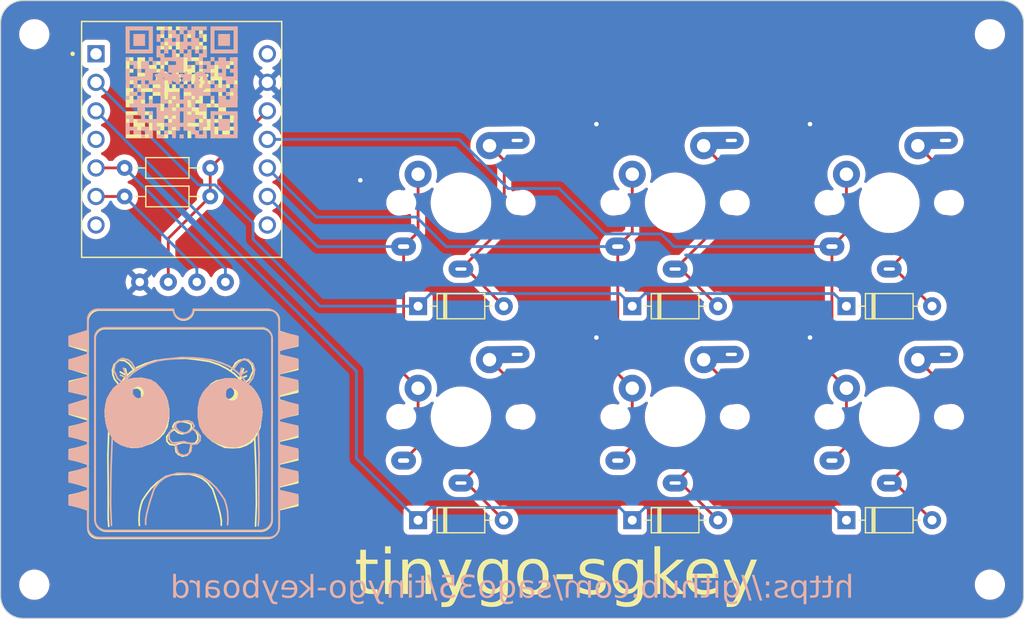
<source format=kicad_pcb>
(kicad_pcb (version 20221018) (generator pcbnew)
  (layers (0 "F.Cu" signal) (31 "B.Cu" signal) (34 "B.Paste" user) (35 "F.Paste" user) (36 "B.SilkS" user "B.Silkscreen") (37 "F.SilkS" user "F.Silkscreen") (38 "B.Mask" user) (39 "F.Mask" user) (44 "Edge.Cuts" user))
  (net 0 "")
  (net 6 "ROW1")
  (net 7 "Net-(D1-A)")
  (net 8 "Net-(D2-A)")
  (net 9 "Net-(D3-A)")
  (net 10 "COL1")
  (net 11 "Net-(D4-A)")
  (net 12 "Net-(D5-A)")
  (net 13 "Net-(D6-A)")
  (net 14 "SDA")
  (net 15 "SCL")
  (net 16 "VCC")
  (net 17 "GND")
  (net 18 "ROW2")
  (net 19 "COL2")
  (net 20 "COL3")
  (footprint "Diode_THT:D_DO-35_SOD27_P7.62mm_Horizontal" (layer "F.Cu") (at 139.14 120.2575)
    (fp_text reference "D4" hide)
    (fp_text value "1N4148" hide)
  )
  (footprint "MountingHole:MountingHole_2.2mm_M2" (layer "F.Cu") (at 105 77)
    (fp_text reference "H1" hide)
    (fp_text value "MountingHole" hide)
  )
  (footprint "Diode_THT:D_DO-35_SOD27_P7.62mm_Horizontal" (layer "F.Cu") (at 158.19 120.2575)
    (fp_text reference "D5" hide)
    (fp_text value "1N4148" hide)
  )
  (footprint "foostan/kbd:CherryMX_ChocV2_1u" (layer "F.Cu") (at 162 111.05)
    (fp_text reference "SW5" hide)
    (fp_text value "SW_PUSH" hide)
  )
  (footprint "MountingHole:MountingHole_2.2mm_M2" (layer "F.Cu") (at 190 77)
    (fp_text reference "H2" hide)
    (fp_text value "MountingHole" hide)
  )
  (footprint "Resistor_THT:R_Axial_DIN0204_L3.6mm_D1.6mm_P7.62mm_Horizontal" (layer "F.Cu") (at 120.65 91.44 180)
    (fp_text reference "R1" hide)
    (fp_text value "R" hide)
  )
  (footprint "foostan/kbd:CherryMX_ChocV2_1u" (layer "F.Cu") (at 162 92)
    (fp_text reference "SW2" hide)
    (fp_text value "SW_PUSH" hide)
  )
  (footprint "snapeda/xiao:MODULE_102010388" (layer "F.Cu") (at 118.11 86.36)
    (fp_text reference "U1" hide)
    (fp_text value "102010388" hide)
  )
  (footprint "snapeda/xiao:tinygo-keyboard-qr" (layer "F.Cu") (at 118.11 81.28)
    (fp_text reference "G***")
    (fp_text value "LOGO" hide)
  )
  (footprint "MountingHole:MountingHole_2.2mm_M2" (layer "F.Cu") (at 105 126)
    (fp_text reference "H3" hide)
    (fp_text value "MountingHole" hide)
  )
  (footprint "foostan/kbd:CherryMX_ChocV2_1u" (layer "F.Cu") (at 181.05 92)
    (fp_text reference "SW3" hide)
    (fp_text value "SW_PUSH" hide)
  )
  (footprint "Diode_THT:D_DO-35_SOD27_P7.62mm_Horizontal" (layer "F.Cu") (at 139.14 101.2075)
    (fp_text reference "D1" hide)
    (fp_text value "1N4148" hide)
  )
  (footprint "snapeda/xiao:i2c-oled-display-0.96" (layer "F.Cu") (at 118.19 127)
    (fp_text reference "U2" hide)
    (fp_text value "i2c-oled-display" hide)
  )
  (footprint "Diode_THT:D_DO-35_SOD27_P7.62mm_Horizontal" (layer "F.Cu") (at 177.24 101.2075)
    (fp_text reference "D3" hide)
    (fp_text value "1N4148" hide)
  )
  (footprint "foostan/kbd:CherryMX_ChocV2_1u" (layer "F.Cu") (at 181.05 111.05)
    (fp_text reference "SW6" hide)
    (fp_text value "SW_PUSH" hide)
  )
  (footprint "foostan/kbd:CherryMX_ChocV2_1u" (layer "F.Cu") (at 142.95 111.05)
    (fp_text reference "SW4" hide)
    (fp_text value "SW_PUSH" hide)
  )
  (footprint "Diode_THT:D_DO-35_SOD27_P7.62mm_Horizontal" (layer "F.Cu") (at 158.19 101.2075)
    (fp_text reference "D2" hide)
    (fp_text value "1N4148" hide)
  )
  (footprint "foostan/kbd:CherryMX_ChocV2_1u" (layer "F.Cu") (at 142.95 92)
    (fp_text reference "SW1" hide)
    (fp_text value "SW_PUSH" hide)
  )
  (footprint "MountingHole:MountingHole_2.2mm_M2" (layer "F.Cu") (at 190 126)
    (fp_text reference "H4" hide)
    (fp_text value "MountingHole" hide)
  )
  (footprint "Resistor_THT:R_Axial_DIN0204_L3.6mm_D1.6mm_P7.62mm_Horizontal" (layer "F.Cu") (at 120.65 88.9 180)
    (fp_text reference "R2" hide)
    (fp_text value "R" hide)
  )
  (footprint "Diode_THT:D_DO-35_SOD27_P7.62mm_Horizontal" (layer "F.Cu") (at 177.24 120.2575)
    (fp_text reference "D6" hide)
    (fp_text value "1N4148" hide)
  )
  (footprint "snapeda/xiao:tinygo-keyboard-qr" (layer "B.Cu") (at 118.11 81.28 180)
    (fp_text reference "G***")
    (fp_text value "LOGO" hide)
  )
  (gr_line (start 116.1028 116.8776) (end 116.6108 116.4712) (stroke (width 0.15)) (layer "B.SilkS"))
  (gr_arc (start 119.1508 101.4852) (mid 118.2618 102.3742) (end 117.3728 101.4852) (stroke (width 0.15)) (layer "B.SilkS"))
  (gr_line (start 119.735 109.5624) (end 119.989 109.0036) (stroke (width 0.15)) (layer "B.SilkS"))
  (gr_line (start 116.8394 109.8926) (end 116.9156 110.4514) (stroke (width 0.15)) (layer "B.SilkS"))
  (gr_line (start 117.1442 116.2426) (end 117.703 116.0902) (stroke (width 0.15)) (layer "B.SilkS"))
  (gr_line (start 122.7068 108.4448) (end 122.4274 108.394) (stroke (width 0.15)) (layer "B.SilkS"))
  (gr_line (start 118.7444 112.4072) (end 118.3888 112.5088) (stroke (width 0.15)) (layer "B.SilkS"))
  (gr_line (start 113.639 106.2096) (end 113.893 106.6668) (stroke (width 0.15)) (layer "B.SilkS"))
  (gr_line (start 118.3126 113.2708) (end 117.8808 113.3216) (stroke (width 0.15)) (layer "B.SilkS"))
  (gr_line (start 111.5054 109.4608) (end 111.7848 108.9528) (stroke (width 0.15)) (layer "B.SilkS"))
  (gr_line (start 118.3888 112.5088) (end 117.9824 112.4072) (stroke (width 0.15)) (layer "B.SilkS"))
  (gr_line (start 116.1536 112.7374) (end 115.671 113.1438) (stroke (width 0.15)) (layer "B.SilkS"))
  (gr_line (start 111.48 111.8992) (end 111.3784 111.2388) (stroke (width 0.15)) (layer "B.SilkS"))
  (gr_line (start 117.6522 113.8296) (end 117.7538 114.2106) (stroke (width 0.15)) (layer "B.SilkS"))
  (gr_line (start 112.2166 107.2256) (end 112.0642 106.8954) (stroke (width 0.15)) (layer "B.SilkS"))
  (gr_line (start 117.5506 111.95) (end 117.6014 111.6452) (stroke (width 0.15)) (layer "B.SilkS"))
  (gr_line (start 114.909 120.205) (end 115.0106 119.6208) (stroke (width 0.15)) (layer "B.SilkS"))
  (gr_poly (pts (xy 108.1018 114.0582) (xy 108.1018 114.8202) (xy 109.7528 115.2012) (xy 109.7528 113.5502)) (stroke (width 0.15)) (fill solid) (layer "B.SilkS"))
  (gr_line (start 111.3784 111.2388) (end 111.3022 110.5784) (stroke (width 0.15)) (layer "B.SilkS"))
  (gr_line (start 113.893 106.6668) (end 114.0835 106.9208) (stroke (width 0.15)) (layer "B.SilkS"))
  (gr_line (start 123.291 107.3272) (end 123.4434 106.7176) (stroke (width 0.15)) (layer "B.SilkS"))
  (gr_line (start 119.0746 113.4994) (end 118.7444 113.3978) (stroke (width 0.15)) (layer "B.SilkS"))
  (gr_line (start 112.8262 105.854) (end 113.3342 105.981) (stroke (width 0.15)) (layer "B.SilkS"))
  (gr_line (start 123.1894 108.8766) (end 123.0878 108.6734) (stroke (width 0.15)) (layer "B.SilkS"))
  (gr_poly (pts (xy 128.4218 108.5972) (xy 128.4218 107.8352) (xy 126.7708 107.4542) (xy 126.7708 109.1052)) (stroke (width 0.15)) (fill solid) (layer "B.SilkS"))
  (gr_line (start 119.862 116.3188) (end 120.5986 116.8268) (stroke (width 0.15)) (layer "B.SilkS"))
  (gr_line (start 116.1282 108.4448) (end 116.433 108.8004) (stroke (width 0.15)) (layer "B.SilkS"))
  (gr_line (start 119.735 113.1692) (end 119.481 113.4486) (stroke (width 0.15)) (layer "B.SilkS"))
  (gr_line (start 115.1376 113.4486) (end 114.5788 113.7026) (stroke (width 0.15)) (layer "B.SilkS"))
  (gr_line (start 122.6052 109.7148) (end 122.8592 109.6386) (stroke (width 0.15)) (layer "B.SilkS"))
  (gr_line (start 116.9156 111.0102) (end 116.7632 111.6198) (stroke (width 0.15)) (layer "B.SilkS"))
  (gr_line (start 114.3756 106.7176) (end 115.1376 106.3366) (stroke (width 0.15)) (layer "B.SilkS"))
  (gr_line (start 124.9166 112.1278) (end 124.688 112.458) (stroke (width 0.15)) (layer "B.SilkS"))
  (gr_line (start 114.2994 108.267) (end 114.0454 108.2924) (stroke (width 0.15)) (layer "B.SilkS"))
  (gr_poly (pts (xy 108.1018 109.9942) (xy 108.1018 110.7562) (xy 109.7528 111.1372) (xy 109.7528 109.4862)) (stroke (width 0.15)) (fill solid) (layer "B.SilkS"))
  (gr_line (start 113.0548 107.8352) (end 113.5882 107.7082) (stroke (width 0.15)) (layer "B.SilkS"))
  (gr_line (start 122.2242 120.1796) (end 122.1988 120.6622) (stroke (width 0.15)) (layer "B.SilkS"))
  (gr_line (start 121.9194 118.427) (end 122.0718 118.8842) (stroke (width 0.15)) (layer "B.SilkS"))
  (gr_line (start 126.1358 120.1542) (end 126.1358 104.0252) (stroke (width 0.15)) (layer "B.SilkS"))
  (gr_poly (pts (xy 128.4218 106.6922) (xy 128.4218 105.9302) (xy 126.7708 105.5492) (xy 126.7708 107.2002)) (stroke (width 0.15)) (fill solid) (layer "B.SilkS"))
  (gr_line (start 113.6898 108.6988) (end 113.6898 109.0036) (stroke (width 0.15)) (layer "B.SilkS"))
  (gr_line (start 119.481 113.4486) (end 119.0746 113.4994) (stroke (width 0.15)) (layer "B.SilkS"))
  (gr_line (start 115.4424 118.1222) (end 115.671 117.4364) (stroke (width 0.15)) (layer "B.SilkS"))
  (gr_line (start 113.258 113.7026) (end 112.6992 113.4994) (stroke (width 0.15)) (layer "B.SilkS"))
  (gr_line (start 122.9354 113.7026) (end 122.2496 113.6772) (stroke (width 0.15)) (layer "B.SilkS"))
  (gr_line (start 122.1988 119.4938) (end 122.2242 120.1796) (stroke (width 0.15)) (layer "B.SilkS"))
  (gr_arc (start 110.7688 121.8052) (mid 110.05038 121.50762) (end 109.7528 120.7892) (stroke (width 0.15)) (layer "B.SilkS"))
  (gr_poly (pts (xy 108.1018 112.0262) (xy 108.1018 112.7882) (xy 109.7528 113.1692) (xy 109.7528 111.5182)) (stroke (width 0.15)) (fill solid) (layer "B.SilkS"))
  (gr_line (start 117.7538 112.2548) (end 117.5506 111.95) (stroke (width 0.15)) (layer "B.SilkS"))
  (gr_line (start 124.434 106.3366) (end 124.0022 105.9556) (stroke (width 0.15)) (layer "B.SilkS"))
  (gr_line (start 124.5356 107.2764) (end 124.5864 106.8446) (stroke (width 0.15)) (layer "B.SilkS"))
  (gr_line (start 114.0454 108.2924) (end 113.8168 108.4702) (stroke (width 0.15)) (layer "B.SilkS"))
  (gr_line (start 112.1912 106.362) (end 112.496 106.0064) (stroke (width 0.15)) (layer "B.SilkS"))
  (gr_line (start 113.6898 109.0036) (end 113.8168 109.2322) (stroke (width 0.15)) (layer "B.SilkS"))
  (gr_line (start 124.4848 112.839) (end 124.053 113.2708) (stroke (width 0.15)) (layer "B.SilkS"))
  (gr_line (start 116.9156 110.4514) (end 116.9156 111.0102) (stroke (width 0.15)) (layer "B.SilkS"))
  (gr_line (start 122.2496 113.6772) (end 121.64 113.4994) (stroke (width 0.15)) (layer "B.SilkS"))
  (gr_arc (start 110.3878 104.0252) (mid 110.648182 103.396582) (end 111.2768 103.1362) (stroke (width 0.15)) (layer "B.SilkS"))
  (gr_line (start 116.9918 113.0168) (end 116.9918 112.6358) (stroke (width 0.15)) (layer "B.SilkS"))
  (gr_line (start 115.0106 119.6208) (end 115.2392 118.7572) (stroke (width 0.15)) (layer "B.SilkS"))
  (gr_line (start 123.9768 108.1908) (end 124.4086 107.632) (stroke (width 0.15)) (layer "B.SilkS"))
  (gr_poly (pts (xy 108.1018 116.0902) (xy 108.1018 116.8522) (xy 109.7528 117.2332) (xy 109.7528 115.5822)) (stroke (width 0.15)) (fill solid) (layer "B.SilkS"))
  (gr_line (start 111.6578 112.3818) (end 111.48 111.8992) (stroke (width 0.15)) (layer "B.SilkS"))
  (gr_poly (pts (xy 128.4218 118.7572) (xy 128.4218 117.9952) (xy 126.7708 117.6142) (xy 126.7708 119.2652)) (stroke (width 0.15)) (fill solid) (layer "B.SilkS"))
  (gr_line (start 121.9956 108.7242) (end 121.9702 109.0036) (stroke (width 0.15)) (layer "B.SilkS"))
  (gr_line (start 123.1894 109.1814) (end 123.1894 108.8766) (stroke (width 0.15)) (layer "B.SilkS"))
  (gr_line (start 123.291 107.3272) (end 123.9006 106.997) (stroke (width 0.15)) (layer "B.SilkS"))
  (gr_line (start 124.5864 106.8446) (end 124.434 106.3366) (stroke (width 0.15)) (layer "B.SilkS"))
  (gr_line (start 124.561 108.775) (end 124.8658 109.1814) (stroke (width 0.15)) (layer "B.SilkS"))
  (gr_arc (start 125.7548 101.4852) (mid 126.47322 101.78278) (end 126.7708 102.5012) (stroke (width 0.15)) (layer "B.SilkS"))
  (gr_line (start 118.7444 113.3978) (end 118.3126 113.2708) (stroke (width 0.15)) (layer "B.SilkS"))
  (gr_line (start 119.608 111.0864) (end 119.608 110.2736) (stroke (width 0.15)) (layer "B.SilkS"))
  (gr_line (start 116.7632 111.6198) (end 116.56 112.1786) (stroke (width 0.15)) (layer "B.SilkS"))
  (gr_line (start 119.735 111.8484) (end 119.608 111.0864) (stroke (width 0.15)) (layer "B.SilkS"))
  (gr_line (start 114.7058 108.521) (end 114.5534 108.3686) (stroke (width 0.15)) (layer "B.SilkS"))
  (gr_line (start 111.7848 118.7826) (end 111.8102 116.4458) (stroke (width 0.15)) (layer "B.SilkS"))
  (gr_line (start 121.9702 109.2576) (end 122.1226 109.4608) (stroke (width 0.15)) (layer "B.SilkS"))
  (gr_line (start 126.7708 120.9162) (end 126.7708 102.5012) (stroke (width 0.15)) (layer "B.SilkS"))
  (gr_poly (pts (xy 108.1018 108.021419) (xy 108.1018 108.783419) (xy 109.7528 109.164419) (xy 109.7528 107.513419)) (stroke (width 0.15)) (fill solid) (layer "B.SilkS"))
  (gr_line (start 118.973 113.7534) (end 118.9095 113.4486) (stroke (width 0.15)) (layer "B.SilkS"))
  (gr_line (start 113.2834 107.6066) (end 113.7914 107.124) (stroke (width 0.15)) (layer "B.SilkS"))
  (gr_line (start 115.2392 118.7572) (end 115.4424 118.1222) (stroke (width 0.15)) (layer "B.SilkS"))
  (gr_line (start 117.6014 111.6452) (end 117.957 111.4928) (stroke (width 0.15)) (layer "B.SilkS"))
  (gr_line (start 115.9758 106.0572) (end 116.9664 105.9048) (stroke (width 0.15)) (layer "B.SilkS"))
  (gr_line (start 118.3634 114.49) (end 118.719 114.3376) (stroke (width 0.15)) (layer "B.SilkS"))
  (gr_line (start 111.861 120.713) (end 111.7848 118.7826) (stroke (width 0.15)) (layer "B.SilkS"))
  (gr_line (start 124.0022 105.9556) (end 123.5196 105.981) (stroke (width 0.15)) (layer "B.SilkS"))
  (gr_line (start 122.021 107.6828) (end 122.8338 107.6828) (stroke (width 0.15)) (layer "B.SilkS"))
  (gr_line (start 116.7124 109.3338) (end 116.8394 109.8926) (stroke (width 0.15)) (layer "B.SilkS"))
  (gr_line (start 119.227 111.8738) (end 119.1 112.1024) (stroke (width 0.15)) (layer "B.SilkS"))
  (gr_poly (pts (xy 121.9956 108.7242) (xy 122.021 107.6828) (xy 121.3606 107.886) (xy 120.8272 108.1654) (xy 120.3446 108.5464) (xy 119.989 109.0036) (xy 119.735 109.5624) (xy 119.608 110.2736) (xy 121.9528 110.3032)) (stroke (width 0.15)) (fill solid) (layer "B.SilkS"))
  (gr_line (start 111.3784 109.9942) (end 111.5054 109.4608) (stroke (width 0.15)) (layer "B.SilkS"))
  (gr_line (start 114.5534 107.632) (end 115.3408 107.8098) (stroke (width 0.15)) (layer "B.SilkS"))
  (gr_line (start 114.7058 109.2576) (end 114.8328 109.029) (stroke (width 0.15)) (layer "B.SilkS"))
  (gr_line (start 117.3728 101.4852) (end 110.6418 101.4852) (stroke (width 0.15)) (layer "B.SilkS"))
  (gr_line (start 119.0492 111.569) (end 119.227 111.8738) (stroke (width 0.15)) (layer "B.SilkS"))
  (gr_line (start 122.4274 108.394) (end 122.1734 108.4956) (stroke (width 0.15)) (layer "B.SilkS"))
  (gr_line (start 112.5468 108.14) (end 113.0548 107.8352) (stroke (width 0.15)) (layer "B.SilkS"))
  (gr_line (start 124.8658 109.1814) (end 125.0944 109.7148) (stroke (width 0.15)) (layer "B.SilkS"))
  (gr_line (start 117.2204 113.347) (end 116.9918 113.0168) (stroke (width 0.15)) (layer "B.SilkS"))
  (gr_line (start 121.3606 107.886) (end 122.021 107.6828) (stroke (width 0.15)) (layer "B.SilkS"))
  (gr_line (start 109.7528 102.3742) (end 109.7528 120.7892) (stroke (width 0.15)) (layer "B.SilkS"))
  (gr_line (start 123.9768 108.1908) (end 123.4434 107.8606) (stroke (width 0.15)) (layer "B.SilkS"))
  (gr_line (start 112.8008 107.9876) (end 112.3944 107.632) (stroke (width 0.15)) (layer "B.SilkS"))
  (gr_line (start 113.2834 107.6066) (end 112.9278 106.7176) (stroke (width 0.15)) (layer "B.SilkS"))
  (gr_line (start 115.7726 108.0638) (end 116.1282 108.4448) (stroke (width 0.15)) (layer "B.SilkS"))
  (gr_line (start 113.3342 105.981) (end 113.639 106.2096) (stroke (width 0.15)) (layer "B.SilkS"))
  (gr_line (start 124.4086 107.632) (end 124.5356 107.2764) (stroke (width 0.15)) (layer "B.SilkS"))
  (gr_line (start 114.8074 108.775) (end 114.7058 108.521) (stroke (width 0.15)) (layer "B.SilkS"))
  (gr_line (start 116.6108 116.4712) (end 117.1442 116.2426) (stroke (width 0.15)) (layer "B.SilkS"))
  (gr_line (start 121.9702 109.0036) (end 121.9702 109.2576) (stroke (width 0.15)) (layer "B.SilkS"))
  (gr_line (start 111.4038 121.1702) (end 125.1198 121.1702) (stroke (width 0.15)) (layer "B.SilkS"))
  (gr_line (start 120.3446 108.5464) (end 120.8272 108.1654) (stroke (width 0.15)) (layer "B.SilkS"))
  (gr_line (start 119.608 110.2736) (end 119.735 109.5624) (stroke (width 0.15)) (layer "B.SilkS"))
  (gr_line (start 117.9824 114.4138) (end 118.3634 114.49) (stroke (width 0.15)) (layer "B.SilkS"))
  (gr_line (start 113.5882 107.7082) (end 113.893 107.6574) (stroke (width 0.15)) (layer "B.SilkS"))
  (gr_line (start 118.719 114.3376) (end 118.9222 114.109) (stroke (width 0.15)) (layer "B.SilkS"))
  (gr_line (start 114.5534 108.3686) (end 114.2994 108.267) (stroke (width 0.15)) (layer "B.SilkS"))
  (gr_line (start 114.909 120.6368) (end 114.909 120.205) (stroke (width 0.15)) (layer "B.SilkS"))
  (gr_arc (start 126.7708 120.9162) (mid 126.510418 121.544818) (end 125.8818 121.8052) (stroke (width 0.15)) (layer "B.SilkS"))
  (gr_line (start 116.9918 112.6358) (end 117.1696 112.2802) (stroke (width 0.15)) (layer "B.SilkS"))
  (gr_line (start 122.8592 109.6386) (end 123.0878 109.4608) (stroke (width 0.15)) (layer "B.SilkS"))
  (gr_line (start 120.0398 112.4326) (end 119.735 111.8484) (stroke (width 0.15)) (layer "B.SilkS"))
  (gr_arc (start 126.1358 120.1542) (mid 125.83822 120.87262) (end 125.1198 121.1702) (stroke (width 0.15)) (layer "B.SilkS"))
  (gr_line (start 115.671 113.1438) (end 115.1376 113.4486) (stroke (width 0.15)) (layer "B.SilkS"))
  (gr_line (start 123.037 107.0732) (end 123.545 107.5812) (stroke (width 0.15)) (layer "B.SilkS"))
  (gr_line (start 122.1734 108.4956) (end 121.9956 108.7242) (stroke (width 0.15)) (layer "B.SilkS"))
  (gr_line (start 120.8272 108.1654) (end 121.3606 107.886) (stroke (width 0.15)) (layer "B.SilkS"))
  (gr_poly (pts (xy 114.2994 108.267) (xy 114.5534 108.3686) (xy 114.7058 108.521) (xy 115.3408 107.8098) (xy 114.5534 107.632)) (stroke (width 0.15)) (fill solid) (layer "B.SilkS"))
  (gr_poly (pts (xy 128.4218 114.6932) (xy 128.4218 113.9312) (xy 126.7708 113.5502) (xy 126.7708 115.2012)) (stroke (width 0.15)) (fill solid) (layer "B.SilkS"))
  (gr_line (start 116.56 112.1786) (end 116.1536 112.7374) (stroke (width 0.15)) (layer "B.SilkS"))
  (gr_line (start 119.989 105.8794) (end 120.8272 106.0064) (stroke (width 0.15)) (layer "B.SilkS"))
  (gr_arc (start 125.2468 103.1362) (mid 125.875418 103.396582) (end 126.1358 104.0252) (stroke (width 0.15)) (layer "B.SilkS"))
  (gr_line (start 113.0548 107.8352) (end 113.2834 107.6066) (stroke (width 0.15)) (layer "B.SilkS"))
  (gr_line (start 125.7548 101.4852) (end 119.1508 101.4852) (stroke (width 0.15)) (layer "B.SilkS"))
  (gr_line (start 117.703 116.0902) (end 118.1348 116.0902) (stroke (width 0.15)) (layer "B.SilkS"))
  (gr_line (start 117.9824 112.4072) (end 117.7538 112.2548) (stroke (width 0.15)) (layer "B.SilkS"))
  (gr_line (start 114.274 109.4862) (end 114.528 109.41) (stroke (width 0.15)) (layer "B.SilkS"))
  (gr_arc (start 109.7528 102.3742) (mid 110.013182 101.745582) (end 110.6418 101.4852) (stroke (width 0.15)) (layer "B.SilkS"))
  (gr_line (start 121.5638 117.8936) (end 121.9194 118.427) (stroke (width 0.15)) (layer "B.SilkS"))
  (gr_poly (pts (xy 123.0878 109.4608) (xy 123.1894 109.1814) (xy 123.1894 108.8766) (xy 123.0878 108.6734) (xy 122.7068 108.4448) (xy 122.4274 108.394) (xy 122.1734 108.4956) (xy 121.9628 108.6432) (xy 122.021 107.6828) (xy 122.8338 107.6828) (xy 123.4434 107.8606) (xy 123.9768 108.1908) (xy 124.307 108.4194) (xy 124.8658 109.1814) (xy 124.9801 109.4481)) (stroke (width 0.15)) (fill solid) (layer "B.SilkS"))
  (gr_line (start 111.8102 116.4458) (end 111.8356 115.3536) (stroke (width 0.15)) (layer "B.SilkS"))
  (gr_line (start 125.1198 111.5436) (end 124.9166 112.1278) (stroke (width 0.15)) (layer "B.SilkS"))
  (gr_line (start 111.8356 115.3536) (end 111.9372 112.839) (stroke (width 0.15)) (layer "B.SilkS"))
  (gr_line (start 112.0896 108.521) (end 112.5468 108.14) (stroke (width 0.15)) (layer "B.SilkS"))
  (gr_line (start 123.1132 106.2604) (end 123.5196 105.981) (stroke (width 0.15)) (layer "B.SilkS"))
  (gr_line (start 114.5788 113.7026) (end 113.9184 113.728) (stroke (width 0.15)) (layer "B.SilkS"))
  (gr_line (start 118.7444 111.4166) (end 119.0492 111.569) (stroke (width 0.15)) (layer "B.SilkS"))
  (gr_line (start 119.1 112.1024) (end 119.5064 112.4072) (stroke (width 0.15)) (layer "B.SilkS"))
  (gr_line (start 123.4434 107.8606) (end 122.8338 107.6828) (stroke (width 0.15)) (layer "B.SilkS"))
  (gr_poly (pts (xy 128.4218 116.7252) (xy 128.4218 115.9632) (xy 126.7708 115.5822) (xy 126.7708 117.2332)) (stroke (width 0.15)) (fill solid) (layer "B.SilkS"))
  (gr_line (start 116.433 108.8004) (end 116.7124 109.3338) (stroke (width 0.15)) (layer "B.SilkS"))
  (gr_line (start 123.545 113.5248) (end 122.9354 113.7026) (stroke (width 0.15)) (layer "B.SilkS"))
  (gr_poly (pts (xy 128.4218 112.6612) (xy 128.4218 111.8992) (xy 126.7708 111.5182) (xy 126.7708 113.1692)) (stroke (width 0.15)) (fill solid) (layer "B.SilkS"))
  (gr_line (start 125.0944 109.7148) (end 125.196 110.3498) (stroke (width 0.15)) (layer "B.SilkS"))
  (gr_line (start 125.196 110.9848) (end 125.1198 111.5436) (stroke (width 0.15)) (layer "B.SilkS"))
  (gr_poly (pts (xy 114.2994 108.267) (xy 114.5534 107.632) (xy 113.893 107.6574) (xy 113.0548 107.8352) (xy 112.5468 108.14) (xy 112.0896 108.521) (xy 111.7848 108.9528) (xy 111.5054 109.4608) (xy 111.3022 110.5784) (xy 111.48 111.8992) (xy 111.6578 112.3818) (xy 111.9372 112.839) (xy 112.242 113.22) (xy 112.6992 113.4994) (xy 113.258 113.7026) (xy 113.9184 113.728) (xy 114.5788 113.7026) (xy 115.1376 113.4486) (xy 115.671 113.1438) (xy 116.1536 112.7374) (xy 116.56 112.1786) (xy 116.7632 111.6198) (xy 116.9156 111.0102) (xy 116.9156 110.4514) (xy 116.8394 109.8926) (xy 116.7124 109.3338) (xy 116.433 108.8004) (xy 115.7726 108.0638) (xy 115.3408 107.8098) (xy 114.7058 108.521) (xy 114.8074 108.775) (xy 114.8328 109.029) (xy 114.7058 109.2576) (xy 114.528 109.41) (xy 114.274 109.4862) (xy 114.02 109.41) (xy 113.8168 109.2322) (xy 113.6898 109.0036) (xy 113.6898 108.6988) (xy 113.8168 108.4702) (xy 114.0454 108.2924)) (stroke (width 0.15)) (fill solid) (layer "B.SilkS"))
  (gr_line (start 111.9372 112.839) (end 111.6578 112.3818) (stroke (width 0.15)) (layer "B.SilkS"))
  (gr_line (start 124.307 108.4194) (end 124.561 108.775) (stroke (width 0.15)) (layer "B.SilkS"))
  (gr_line (start 125.196 110.3498) (end 125.196 110.9848) (stroke (width 0.15)) (layer "B.SilkS"))
  (gr_line (start 117.8808 113.3216) (end 117.576 113.3724) (stroke (width 0.15)) (layer "B.SilkS"))
  (gr_line (start 125.2468 103.1362) (end 111.2768 103.1362) (stroke (width 0.15)) (layer "B.SilkS"))
  (gr_line (start 113.8168 109.2322) (end 114.02 109.41) (stroke (width 0.15)) (layer "B.SilkS"))
  (gr_line (start 117.1696 112.2802) (end 117.5506 111.95) (stroke (width 0.15)) (layer "B.SilkS"))
  (gr_line (start 112.6992 113.4994) (end 112.242 113.22) (stroke (width 0.15)) (layer "B.SilkS"))
  (gr_line (start 110.3878 104.0252) (end 110.3878 120.1542) (stroke (width 0.15)) (layer "B.SilkS"))
  (gr_line (start 119.1 112.1024) (end 118.7444 112.4072) (stroke (width 0.15)) (layer "B.SilkS"))
  (gr_line (start 122.1226 109.4608) (end 122.3512 109.664) (stroke (width 0.15)) (layer "B.SilkS"))
  (gr_line (start 114.02 109.41) (end 114.274 109.4862) (stroke (width 0.15)) (layer "B.SilkS"))
  (gr_line (start 119.989 109.0036) (end 120.3446 108.5464) (stroke (width 0.15)) (layer "B.SilkS"))
  (gr_line (start 123.0878 108.6734) (end 122.7068 108.4448) (stroke (width 0.15)) (layer "B.SilkS"))
  (gr_line (start 119.2778 116.141) (end 119.862 116.3188) (stroke (width 0.15)) (layer "B.SilkS"))
  (gr_line (start 117.576 113.3724) (end 117.2204 113.347) (stroke (width 0.15)) (layer "B.SilkS"))
  (gr_line (start 119.7604 112.7628) (end 119.735 113.1692) (stroke (width 0.15)) (layer "B.SilkS"))
  (gr_line (start 119.5064 112.4072) (end 119.7604 112.7628) (stroke (width 0.15)) (layer "B.SilkS"))
  (gr_line (start 124.9928 114.4138) (end 124.9166 112.1278) (stroke (width 0.15)) (layer "B.SilkS"))
  (gr_poly (pts (xy 128.4218 110.7562) (xy 128.4218 109.9942) (xy 126.7708 109.6132) (xy 126.7708 111.2642)) (stroke (width 0.15)) (fill solid) (layer "B.SilkS"))
  (gr_line (start 113.893 107.6574) (end 114.5534 107.632) (stroke (width 0.15)) (layer "B.SilkS"))
  (gr_line (start 111.7848 108.9528) (end 112.0896 108.521) (stroke (width 0.15)) (layer "B.SilkS"))
  (gr_line (start 122.3512 106.5652) (end 123.037 107.0732) (stroke (width 0.15)) (layer "B.SilkS"))
  (gr_line (start 120.497 112.9152) (end 120.0398 112.4326) (stroke (width 0.15)) (layer "B.SilkS"))
  (gr_line (start 123.0878 109.4608) (end 123.1894 109.1814) (stroke (width 0.15)) (layer "B.SilkS"))
  (gr_line (start 124.9674 116.9538) (end 124.9928 114.4138) (stroke (width 0.15)) (layer "B.SilkS"))
  (gr_line (start 122.3512 109.664) (end 122.6052 109.7148) (stroke (width 0.15)) (layer "B.SilkS"))
  (gr_line (start 121.1574 117.3602) (end 121.5638 117.8936) (stroke (width 0.15)) (layer "B.SilkS"))
  (gr_poly (pts (xy 108.1018 106.008683) (xy 108.1018 106.770683) (xy 109.7528 107.151683) (xy 109.7528 105.500683)) (stroke (width 0.15)) (fill solid) (layer "B.SilkS"))
  (gr_line (start 114.8328 109.029) (end 114.8074 108.775) (stroke (width 0.15)) (layer "B.SilkS"))
  (gr_line (start 115.1376 106.3366) (end 115.9758 106.0572) (stroke (width 0.15)) (layer "B.SilkS"))
  (gr_line (start 112.496 106.0064) (end 112.8262 105.854) (stroke (width 0.15)) (layer "B.SilkS"))
  (gr_line (start 120.5986 116.8268) (end 121.1574 117.3602) (stroke (width 0.15)) (layer "B.SilkS"))
  (gr_line (start 123.545 107.5812) (end 123.9768 108.1908) (stroke (width 0.15)) (layer "B.SilkS"))
  (gr_line (start 118.9222 114.109) (end 118.973 113.7534) (stroke (width 0.15)) (layer "B.SilkS"))
  (gr_line (start 113.2834 107.6066) (end 112.6738 107.3526) (stroke (width 0.15)) (layer "B.SilkS"))
  (gr_line (start 117.7538 114.2106) (end 117.9824 114.4138) (stroke (width 0.15)) (layer "B.SilkS"))
  (gr_line (start 124.688 112.458) (end 124.4848 112.839) (stroke (width 0.15)) (layer "B.SilkS"))
  (gr_line (start 118.7444 116.1156) (end 119.2778 116.141) (stroke (width 0.15)) (layer "B.SilkS"))
  (gr_line (start 119.0746 105.8032) (end 119.989 105.8794) (stroke (width 0.15)) (layer "B.SilkS"))
  (gr_line (start 115.3408 107.8098) (end 115.7726 108.0638) (stroke (width 0.15)) (layer "B.SilkS"))
  (gr_poly (pts (xy 122.0464 109.3592) (xy 122.3512 109.664) (xy 122.6052 109.7148) (xy 122.8592 109.6386) (xy 123.0878 109.4608) (xy 124.9801 109.4481) (xy 125.0944 109.7148) (xy 125.196 110.3498) (xy 125.196 110.9848) (xy 125.1198 111.5436) (xy 124.9166 112.1278) (xy 124.4848 112.839) (xy 124.053 113.2708) (xy 123.545 113.5248) (xy 122.9354 113.7026) (xy 122.2496 113.6772) (xy 121.0812 113.2962) (xy 120.497 112.9152) (xy 120.0398 112.4326) (xy 119.735 111.8484) (xy 119.608 111.0864) (xy 119.608 110.2736) (xy 122.0464 109.3592)) (stroke (width 0.15)) (fill solid) (layer "B.SilkS"))
  (gr_line (start 124.053 113.2708) (end 123.545 113.5248) (stroke (width 0.15)) (layer "B.SilkS"))
  (gr_line (start 113.8168 108.4702) (end 113.6898 108.6988) (stroke (width 0.15)) (layer "B.SilkS"))
  (gr_line (start 118.0586 105.7778) (end 119.0746 105.8032) (stroke (width 0.15)) (layer "B.SilkS"))
  (gr_line (start 122.6941 106.8192) (end 123.1132 106.2604) (stroke (width 0.15)) (layer "B.SilkS"))
  (gr_line (start 118.3634 111.4166) (end 118.7444 111.4166) (stroke (width 0.15)) (layer "B.SilkS"))
  (gr_line (start 112.0642 106.8954) (end 112.1912 106.362) (stroke (width 0.15)) (layer "B.SilkS"))
  (gr_line (start 111.3022 110.5784) (end 111.3784 109.9942) (stroke (width 0.15)) (layer "B.SilkS"))
  (gr_line (start 113.7914 107.124) (end 114.3756 106.7176) (stroke (width 0.15)) (layer "B.SilkS"))
  (gr_line (start 116.9664 105.9048) (end 118.0586 105.7778) (stroke (width 0.15)) (layer "B.SilkS"))
  (gr_line (start 111.9372 112.839) (end 112.242 113.22) (stroke (width 0.15)) (layer "B.SilkS"))
  (gr_line (start 124.9166 120.7384) (end 124.9674 120.078) (stroke (width 0.15)) (layer "B.SilkS"))
  (gr_line (start 117.576 113.3724) (end 117.6522 113.8296) (stroke (width 0.15)) (layer "B.SilkS"))
  (gr_poly (pts (xy 128.4218 104.6602) (xy 128.4218 103.8982) (xy 126.7708 103.5172) (xy 126.7708 105.1682)) (stroke (width 0.15)) (fill solid) (layer "B.SilkS"))
  (gr_line (start 122.0718 118.8842) (end 122.1988 119.4938) (stroke (width 0.15)) (layer "B.SilkS"))
  (gr_line (start 121.64 113.4994) (end 121.0812 113.2962) (stroke (width 0.15)) (layer "B.SilkS"))
  (gr_line (start 114.528 109.41) (end 114.7058 109.2576) (stroke (width 0.15)) (layer "B.SilkS"))
  (gr_line (start 117.957 111.4928) (end 118.3634 111.4166) (stroke (width 0.15)) (layer "B.SilkS"))
  (gr_line (start 110.7688 121.8052) (end 125.8818 121.8052) (stroke (width 0.15)) (layer "B.SilkS"))
  (gr_poly (pts (xy 108.1018 118.1222) (xy 108.1018 118.8842) (xy 109.7528 119.2652) (xy 109.7528 117.6142)) (stroke (width 0.15)) (fill solid) (layer "B.SilkS"))
  (gr_line (start 112.3944 107.632) (end 112.2166 107.2256) (stroke (width 0.15)) (layer "B.SilkS"))
  (gr_line (start 113.9184 113.728) (end 113.258 113.7026) (stroke (width 0.15)) (layer "B.SilkS"))
  (gr_line (start 115.671 117.4364) (end 116.1028 116.8776) (stroke (width 0.15)) (layer "B.SilkS"))
  (gr_line (start 123.9768 108.1908) (end 124.307 108.4194) (stroke (width 0.15)) (layer "B.SilkS"))
  (gr_line (start 118.1348 116.0902) (end 118.7444 116.1156) (stroke (width 0.15)) (layer "B.SilkS"))
  (gr_line (start 124.9674 120.078) (end 124.9674 116.9538) (stroke (width 0.15)) (layer "B.SilkS"))
  (gr_poly (pts (xy 108.1018 103.8982) (xy 108.1018 104.6602) (xy 109.7528 105.0412) (xy 109.7528 103.3902)) (stroke (width 0.15)) (fill solid) (layer "B.SilkS"))
  (gr_line (start 121.64 106.2604) (end 122.3512 106.5652) (stroke (width 0.15)) (layer "B.SilkS"))
  (gr_line (start 120.8272 106.0064) (end 121.64 106.2604) (stroke (width 0.15)) (layer "B.SilkS"))
  (gr_line (start 121.0812 113.2962) (end 120.497 112.9152) (stroke (width 0.15)) (layer "B.SilkS"))
  (gr_arc (start 111.4038 121.1702) (mid 110.68538 120.87262) (end 110.3878 120.1542) (stroke (width 0.15)) (layer "B.SilkS"))
  (gr_line (start 124.3506 106.4278) (end 124.4776 106.9612) (stroke (width 0.15)) (layer "F.SilkS"))
  (gr_line (start 111.676 109.2472) (end 111.9808 108.8408) (stroke (width 0.15)) (layer "F.SilkS"))
  (gr_line (start 116.8068 113.235) (end 116.7814 112.8286) (stroke (width 0.15)) (layer "F.SilkS"))
  (gr_line (start 113.5048 107.139) (end 114.1906 106.631) (stroke (width 0.15)) (layer "F.SilkS"))
  (gr_line (start 113.835 108.5106) (end 113.454 108.7392) (stroke (width 0.15)) (layer "F.SilkS"))
  (gr_line (start 122.4964 108.3582) (end 122.2424 108.3328) (stroke (width 0.15)) (layer "F.SilkS"))
  (gr_line (start 120.3882 112.8032) (end 119.9818 112.2444) (stroke (width 0.15)) (layer "F.SilkS"))
  (gr_line (start 122.9028 106.2754) (end 123.2076 106.0468) (stroke (width 0.15)) (layer "F.SilkS"))
  (gr_line (start 124.757 109.0186) (end 125.0364 109.5266) (stroke (width 0.15)) (layer "F.SilkS"))
  (gr_line (start 125.2396 110.6442) (end 125.1634 111.3046) (stroke (width 0.15)) (layer "F.SilkS"))
  (gr_line (start 120.8708 117.5022) (end 121.0994 118.188) (stroke (width 0.15)) (layer "F.SilkS"))
  (gr_line (start 120.4136 108.5106) (end 120.7692 108.1296) (stroke (width 0.15)) (layer "F.SilkS"))
  (gr_line (start 114.1144 108.4598) (end 113.835 108.5106) (stroke (width 0.15)) (layer "F.SilkS"))
  (gr_line (start 112.9968 107.647) (end 113.5048 107.139) (stroke (width 0.15)) (layer "F.SilkS"))
  (gr_poly (pts (xy 108.12 108.663) (xy 108.12 107.901) (xy 109.771 107.52) (xy 109.771 109.171)) (stroke (width 0.15)) (fill solid) (layer "F.SilkS"))
  (gr_line (start 118.788 114.2764) (end 118.8896 113.8954) (stroke (width 0.15)) (layer "F.SilkS"))
  (gr_line (start 122.4583 106.9866) (end 122.6488 106.7326) (stroke (width 0.15)) (layer "F.SilkS"))
  (gr_line (start 117.6323 113.5144) (end 117.5688 113.8192) (stroke (width 0.15)) (layer "F.SilkS"))
  (gr_line (start 122.1662 106.7834) (end 122.7504 107.1898) (stroke (width 0.15)) (layer "F.SilkS"))
  (gr_line (start 117.0608 113.5144) (end 116.8068 113.235) (stroke (width 0.15)) (layer "F.SilkS"))
  (gr_line (start 112.1332 107.6978) (end 112.565 108.2566) (stroke (width 0.15)) (layer "F.SilkS"))
  (gr_line (start 111.422 121.236) (end 125.138 121.236) (stroke (width 0.15)) (layer "F.SilkS"))
  (gr_arc (start 126.789 120.855) (mid 126.49142 121.57342) (end 125.773 121.871) (stroke (width 0.15)) (layer "F.SilkS"))
  (gr_line (start 124.6046 112.9048) (end 124.7062 115.4194) (stroke (width 0.15)) (layer "F.SilkS"))
  (gr_line (start 124.7316 116.5116) (end 124.757 118.8484) (stroke (width 0.15)) (layer "F.SilkS"))
  (gr_line (start 117.4418 112.1682) (end 117.3148 111.9396) (stroke (width 0.15)) (layer "F.SilkS"))
  (gr_line (start 118.1784 114.5558) (end 118.5594 114.4796) (stroke (width 0.15)) (layer "F.SilkS"))
  (gr_line (start 111.4474 109.7806) (end 111.676 109.2472) (stroke (width 0.15)) (layer "F.SilkS"))
  (gr_poly (pts (xy 128.44 103.964) (xy 128.44 104.726) (xy 126.789 105.107) (xy 126.789 103.456)) (stroke (width 0.15)) (fill solid) (layer "F.SilkS"))
  (gr_line (start 125.9 101.551) (end 119.169 101.551) (stroke (width 0.15)) (layer "F.SilkS"))
  (gr_line (start 122.5218 109.4758) (end 122.725 109.298) (stroke (width 0.15)) (layer "F.SilkS"))
  (gr_poly (pts (xy 108.12 116.791) (xy 108.12 116.029) (xy 109.771 115.648) (xy 109.771 117.299)) (stroke (width 0.15)) (fill solid) (layer "F.SilkS"))
  (gr_line (start 118.5594 114.4796) (end 118.788 114.2764) (stroke (width 0.15)) (layer "F.SilkS"))
  (gr_line (start 118.5848 111.5586) (end 118.9404 111.711) (stroke (width 0.15)) (layer "F.SilkS"))
  (gr_line (start 112.1078 106.4024) (end 111.9554 106.9104) (stroke (width 0.15)) (layer "F.SilkS"))
  (gr_line (start 116.8068 109.6282) (end 116.9338 110.3394) (stroke (width 0.15)) (layer "F.SilkS"))
  (gr_line (start 117.8228 114.4034) (end 118.1784 114.5558) (stroke (width 0.15)) (layer "F.SilkS"))
  (gr_poly (pts (xy 122.2424 108.3328) (xy 121.9884 108.4344) (xy 121.836 108.5868) (xy 121.201 107.8756) (xy 121.9884 107.6978)) (stroke (width 0.15)) (fill solid) (layer "F.SilkS"))
  (gr_line (start 118.407 116.156) (end 118.8388 116.156) (stroke (width 0.15)) (layer "F.SilkS"))
  (gr_line (start 111.5744 117.0196) (end 111.5744 120.1438) (stroke (width 0.15)) (layer "F.SilkS"))
  (gr_line (start 118.8896 113.8954) (end 118.9658 113.4382) (stroke (width 0.15)) (layer "F.SilkS"))
  (gr_poly (pts (xy 113.454 109.5266) (xy 113.3524 109.2472) (xy 113.3524 108.9424) (xy 113.454 108.7392) (xy 113.835 108.5106) (xy 114.1144 108.4598) (xy 114.3684 108.5614) (xy 114.579 108.709) (xy 114.5208 107.7486) (xy 113.708 107.7486) (xy 113.0984 107.9264) (xy 112.565 108.2566) (xy 112.2348 108.4852) (xy 111.676 109.2472) (xy 111.5617 109.5139)) (stroke (width 0.15)) (fill solid) (layer "F.SilkS"))
  (gr_line (start 114.5462 108.79) (end 114.3684 108.5614) (stroke (width 0.15)) (layer "F.SilkS"))
  (gr_line (start 119.55 113.0826) (end 119.3214 113.4128) (stroke (width 0.15)) (layer "F.SilkS"))
  (gr_line (start 110.66 121.871) (end 125.773 121.871) (stroke (width 0.15)) (layer "F.SilkS"))
  (gr_arc (start 125.265 103.202) (mid 125.893618 103.462382) (end 126.154 104.091) (stroke (width 0.15)) (layer "F.SilkS"))
  (gr_line (start 117.4926 111.6348) (end 117.7974 111.4824) (stroke (width 0.15)) (layer "F.SilkS"))
  (gr_line (start 114.1906 106.631) (end 114.9018 106.3262) (stroke (width 0.15)) (layer "F.SilkS"))
  (gr_line (start 122.852 109.0694) (end 122.852 108.7646) (stroke (width 0.15)) (layer "F.SilkS"))
  (gr_line (start 124.4522 108.5868) (end 124.757 109.0186) (stroke (width 0.15)) (layer "F.SilkS"))
  (gr_line (start 122.2424 108.3328) (end 121.9884 108.4344) (stroke (width 0.15)) (layer "F.SilkS"))
  (gr_line (start 122.725 109.298) (end 122.852 109.0694) (stroke (width 0.15)) (layer "F.SilkS"))
  (gr_line (start 122.0138 109.4758) (end 122.2678 109.552) (stroke (width 0.15)) (layer "F.SilkS"))
  (gr_line (start 118.8388 116.156) (end 119.3976 116.3084) (stroke (width 0.15)) (layer "F.SilkS"))
  (gr_line (start 123.487 107.901) (end 123.995 108.2058) (stroke (width 0.15)) (layer "F.SilkS"))
  (gr_line (start 114.47 118.95) (end 114.6224 118.4928) (stroke (width 0.15)) (layer "F.SilkS"))
  (gr_line (start 112.0062 107.3422) (end 112.1332 107.6978) (stroke (width 0.15)) (layer "F.SilkS"))
  (gr_line (start 125.1634 111.3046) (end 125.0618 111.965) (stroke (width 0.15)) (layer "F.SilkS"))
  (gr_line (start 116.6798 116.3846) (end 117.264 116.2068) (stroke (width 0.15)) (layer "F.SilkS"))
  (gr_line (start 123.2838 113.7684) (end 122.6234 113.7938) (stroke (width 0.15)) (layer "F.SilkS"))
  (gr_line (start 116.1972 108.6122) (end 116.5528 109.0694) (stroke (width 0.15)) (layer "F.SilkS"))
  (gr_line (start 119.6262 110.5172) (end 119.7024 109.9584) (stroke (width 0.15)) (layer "F.SilkS"))
  (gr_line (start 120.8708 113.2096) (end 120.3882 112.8032) (stroke (width 0.15)) (layer "F.SilkS"))
  (gr_line (start 121.6328 120.2708) (end 121.6328 120.7026) (stroke (width 0.15)) (layer "F.SilkS"))
  (gr_poly (pts (xy 128.44 118.188) (xy 128.44 118.95) (xy 126.789 119.331) (xy 126.789 117.68)) (stroke (width 0.15)) (fill solid) (layer "F.SilkS"))
  (gr_line (start 117.7974 116.1814) (end 118.407 116.156) (stroke (width 0.15)) (layer "F.SilkS"))
  (gr_line (start 123.7156 105.9198) (end 124.0458 106.0722) (stroke (width 0.15)) (layer "F.SilkS"))
  (gr_line (start 121.4042 106.4024) (end 122.1662 106.7834) (stroke (width 0.15)) (layer "F.SilkS"))
  (gr_line (start 114.3684 108.5614) (end 114.1144 108.4598) (stroke (width 0.15)) (layer "F.SilkS"))
  (gr_line (start 114.343 119.5596) (end 114.47 118.95) (stroke (width 0.15)) (layer "F.SilkS"))
  (gr_line (start 117.0354 112.473) (end 117.4418 112.1682) (stroke (width 0.15)) (layer "F.SilkS"))
  (gr_line (start 115.4606 113.362) (end 114.9018 113.5652) (stroke (width 0.15)) (layer "F.SilkS"))
  (gr_poly (pts (xy 108.12 104.726) (xy 108.12 103.964) (xy 109.771 103.583) (xy 109.771 105.234)) (stroke (width 0.15)) (fill solid) (layer "F.SilkS"))
  (gr_line (start 119.7786 111.6856) (end 119.6262 111.076) (stroke (width 0.15)) (layer "F.SilkS"))
  (gr_line (start 124.7062 115.4194) (end 124.7316 116.5116) (stroke (width 0.15)) (layer "F.SilkS"))
  (gr_line (start 116.9338 110.3394) (end 116.9338 111.1522) (stroke (width 0.15)) (layer "F.SilkS"))
  (gr_line (start 122.7504 107.1898) (end 123.2584 107.6724) (stroke (width 0.15)) (layer "F.SilkS"))
  (gr_line (start 125.1634 110.06) (end 125.2396 110.6442) (stroke (width 0.15)) (layer "F.SilkS"))
  (gr_line (start 111.6252 112.1936) (end 111.549 114.4796) (stroke (width 0.15)) (layer "F.SilkS"))
  (gr_line (start 111.3458 110.4156) (end 111.4474 109.7806) (stroke (width 0.15)) (layer "F.SilkS"))
  (gr_line (start 116.502 112.4984) (end 116.0448 112.981) (stroke (width 0.15)) (layer "F.SilkS"))
  (gr_line (start 116.5528 109.0694) (end 116.8068 109.6282) (stroke (width 0.15)) (layer "F.SilkS"))
  (gr_line (start 112.565 108.2566) (end 112.9968 107.647) (stroke (width 0.15)) (layer "F.SilkS"))
  (gr_line (start 117.7974 111.4824) (end 118.1784 111.4824) (stroke (width 0.15)) (layer "F.SilkS"))
  (gr_line (start 118.4832 105.8436) (end 119.5754 105.9706) (stroke (width 0.15)) (layer "F.SilkS"))
  (gr_poly (pts (xy 128.44 108.087219) (xy 128.44 108.849219) (xy 126.789 109.230219) (xy 126.789 107.579219)) (stroke (width 0.15)) (fill solid) (layer "F.SilkS"))
  (gr_line (start 113.708 107.7486) (end 114.5208 107.7486) (stroke (width 0.15)) (layer "F.SilkS"))
  (gr_line (start 111.9808 108.8408) (end 112.2348 108.4852) (stroke (width 0.15)) (layer "F.SilkS"))
  (gr_poly (pts (xy 128.44 116.156) (xy 128.44 116.918) (xy 126.789 117.299) (xy 126.789 115.648)) (stroke (width 0.15)) (fill solid) (layer "F.SilkS"))
  (gr_line (start 123.995 108.2058) (end 124.4522 108.5868) (stroke (width 0.15)) (layer "F.SilkS"))
  (gr_line (start 117.7974 113.4636) (end 117.4672 113.5652) (stroke (width 0.15)) (layer "F.SilkS"))
  (gr_line (start 114.4192 109.5266) (end 114.5716 109.3234) (stroke (width 0.15)) (layer "F.SilkS"))
  (gr_line (start 116.7814 112.8286) (end 117.0354 112.473) (stroke (width 0.15)) (layer "F.SilkS"))
  (gr_arc (start 119.169 101.551) (mid 118.28 102.44) (end 117.391 101.551) (stroke (width 0.15)) (layer "F.SilkS"))
  (gr_line (start 117.7974 112.473) (end 117.4418 112.1682) (stroke (width 0.15)) (layer "F.SilkS"))
  (gr_line (start 121.9884 108.4344) (end 121.836 108.5868) (stroke (width 0.15)) (layer "F.SilkS"))
  (gr_line (start 121.836 109.3234) (end 122.0138 109.4758) (stroke (width 0.15)) (layer "F.SilkS"))
  (gr_line (start 124.0458 106.0722) (end 124.3506 106.4278) (stroke (width 0.15)) (layer "F.SilkS"))
  (gr_line (start 113.454 108.7392) (end 113.3524 108.9424) (stroke (width 0.15)) (layer "F.SilkS"))
  (gr_line (start 122.6488 107.7232) (end 122.9536 107.774) (stroke (width 0.15)) (layer "F.SilkS"))
  (gr_line (start 110.406 104.091) (end 110.406 120.22) (stroke (width 0.15)) (layer "F.SilkS"))
  (gr_line (start 112.4888 113.3366) (end 112.057 112.9048) (stroke (width 0.15)) (layer "F.SilkS"))
  (gr_line (start 114.3176 120.2454) (end 114.343 119.5596) (stroke (width 0.15)) (layer "F.SilkS"))
  (gr_line (start 114.9018 106.3262) (end 115.7146 106.0722) (stroke (width 0.15)) (layer "F.SilkS"))
  (gr_line (start 126.154 120.22) (end 126.154 104.091) (stroke (width 0.15)) (layer "F.SilkS"))
  (gr_line (start 112.2348 108.4852) (end 112.565 108.2566) (stroke (width 0.15)) (layer "F.SilkS"))
  (gr_line (start 117.264 116.2068) (end 117.7974 116.1814) (stroke (width 0.15)) (layer "F.SilkS"))
  (gr_line (start 123.2076 106.0468) (end 123.7156 105.9198) (stroke (width 0.15)) (layer "F.SilkS"))
  (gr_line (start 117.391 101.551) (end 110.787 101.551) (stroke (width 0.15)) (layer "F.SilkS"))
  (gr_line (start 122.6234 113.7938) (end 121.963 113.7684) (stroke (width 0.15)) (layer "F.SilkS"))
  (gr_poly (pts (xy 128.44 112.092) (xy 128.44 112.854) (xy 126.789 113.235) (xy 126.789 111.584)) (stroke (width 0.15)) (fill solid) (layer "F.SilkS"))
  (gr_arc (start 110.66 121.871) (mid 110.031382 121.610618) (end 109.771 120.982) (stroke (width 0.15)) (layer "F.SilkS"))
  (gr_poly (pts (xy 128.44 114.124) (xy 128.44 114.886) (xy 126.789 115.267) (xy 126.789 113.616)) (stroke (width 0.15)) (fill solid) (layer "F.SilkS"))
  (gr_line (start 116.5528 105.9452) (end 117.4672 105.869) (stroke (width 0.15)) (layer "F.SilkS"))
  (gr_line (start 111.3458 111.0506) (end 111.3458 110.4156) (stroke (width 0.15)) (layer "F.SilkS"))
  (gr_line (start 112.5396 106.0214) (end 112.1078 106.4024) (stroke (width 0.15)) (layer "F.SilkS"))
  (gr_line (start 122.9536 107.774) (end 123.487 107.901) (stroke (width 0.15)) (layer "F.SilkS"))
  (gr_line (start 113.0984 107.9264) (end 112.565 108.2566) (stroke (width 0.15)) (layer "F.SilkS"))
  (gr_line (start 113.6826 109.7044) (end 113.9366 109.7806) (stroke (width 0.15)) (layer "F.SilkS"))
  (gr_line (start 125.0618 111.965) (end 124.884 112.4476) (stroke (width 0.15)) (layer "F.SilkS"))
  (gr_poly (pts (xy 114.5462 108.79) (xy 114.5208 107.7486) (xy 115.1812 107.9518) (xy 115.7146 108.2312) (xy 116.1972 108.6122) (xy 116.5528 109.0694) (xy 116.8068 109.6282) (xy 116.9338 110.3394) (xy 114.589 110.369)) (stroke (width 0.15)) (fill solid) (layer "F.SilkS"))
  (gr_line (start 113.0984 106.7834) (end 113.2508 107.393) (stroke (width 0.15)) (layer "F.SilkS"))
  (gr_arc (start 110.406 104.091) (mid 110.666382 103.462382) (end 111.295 103.202) (stroke (width 0.15)) (layer "F.SilkS"))
  (gr_line (start 124.4776 106.9612) (end 124.3252 107.2914) (stroke (width 0.15)) (layer "F.SilkS"))
  (gr_poly (pts (xy 108.12 118.823) (xy 108.12 118.061) (xy 109.771 117.68) (xy 109.771 119.331)) (stroke (width 0.15)) (fill solid) (layer "F.SilkS"))
  (gr_line (start 113.708 107.7486) (end 113.0984 107.9264) (stroke (width 0.15)) (layer "F.SilkS"))
  (gr_arc (start 126.154 120.22) (mid 125.85642 120.93842) (end 125.138 121.236) (stroke (width 0.15)) (layer "F.SilkS"))
  (gr_poly (pts (xy 128.44 110.06) (xy 128.44 110.822) (xy 126.789 111.203) (xy 126.789 109.552)) (stroke (width 0.15)) (fill solid) (layer "F.SilkS"))
  (gr_line (start 121.7344 108.8408) (end 121.709 109.0948) (stroke (width 0.15)) (layer "F.SilkS"))
  (gr_line (start 119.6262 111.076) (end 119.6262 110.5172) (stroke (width 0.15)) (layer "F.SilkS"))
  (gr_line (start 120.439 116.9434) (end 120.8708 117.5022) (stroke (width 0.15)) (layer "F.SilkS"))
  (gr_line (start 121.0994 118.188) (end 121.3026 118.823) (stroke (width 0.15)) (layer "F.SilkS"))
  (gr_line (start 119.55 112.7016) (end 119.55 113.0826) (stroke (width 0.15)) (layer "F.SilkS"))
  (gr_line (start 118.2292 113.3366) (end 117.7974 113.4636) (stroke (width 0.15)) (layer "F.SilkS"))
  (gr_poly (pts (xy 122.2424 108.3328) (xy 121.9884 107.6978) (xy 122.6488 107.7232) (xy 123.487 107.901) (xy 123.995 108.2058) (xy 124.4522 108.5868) (xy 124.757 109.0186) (xy 125.0364 109.5266) (xy 125.2396 110.6442) (xy 125.0618 111.965) (xy 124.884 112.4476) (xy 124.6046 112.9048) (xy 124.2998 113.2858) (xy 123.8426 113.5652) (xy 123.2838 113.7684) (xy 122.6234 113.7938) (xy 121.963 113.7684) (xy 121.4042 113.5144) (xy 120.8708 113.2096) (xy 120.3882 112.8032) (xy 119.9818 112.2444) (xy 119.7786 111.6856) (xy 119.6262 111.076) (xy 119.6262 110.5172) (xy 119.7024 109.9584) (xy 119.8294 109.3996) (xy 120.1088 108.8662) (xy 120.7692 108.1296) (xy 121.201 107.8756) (xy 121.836 108.5868) (xy 121.7344 108.8408) (xy 121.709 109.0948) (xy 121.836 109.3234) (xy 122.0138 109.4758) (xy 122.2678 109.552) (xy 122.5218 109.4758) (xy 122.725 109.298) (xy 122.852 109.0694) (xy 122.852 108.7646) (xy 122.725 108.536) (xy 122.4964 108.3582)) (stroke (width 0.15)) (fill solid) (layer "F.SilkS"))
  (gr_line (start 113.9366 109.7806) (end 114.1906 109.7298) (stroke (width 0.15)) (layer "F.SilkS"))
  (gr_poly (pts (xy 108.12 114.759) (xy 108.12 113.997) (xy 109.771 113.616) (xy 109.771 115.267)) (stroke (width 0.15)) (fill solid) (layer "F.SilkS"))
  (gr_line (start 114.5208 107.7486) (end 115.1812 107.9518) (stroke (width 0.15)) (layer "F.SilkS"))
  (gr_line (start 121.709 109.0948) (end 121.836 109.3234) (stroke (width 0.15)) (layer "F.SilkS"))
  (gr_line (start 117.4672 105.869) (end 118.4832 105.8436) (stroke (width 0.15)) (layer "F.SilkS"))
  (gr_line (start 115.9432 116.8926) (end 116.6798 116.3846) (stroke (width 0.15)) (layer "F.SilkS"))
  (gr_line (start 115.7146 108.2312) (end 116.1972 108.6122) (stroke (width 0.15)) (layer "F.SilkS"))
  (gr_line (start 115.1812 107.9518) (end 115.7146 108.2312) (stroke (width 0.15)) (layer "F.SilkS"))
  (gr_arc (start 125.9 101.551) (mid 126.528618 101.811382) (end 126.789 102.44) (stroke (width 0.15)) (layer "F.SilkS"))
  (gr_poly (pts (xy 128.44 106.074483) (xy 128.44 106.836483) (xy 126.789 107.217483) (xy 126.789 105.566483)) (stroke (width 0.15)) (fill solid) (layer "F.SilkS"))
  (gr_line (start 109.771 102.567) (end 109.771 120.982) (stroke (width 0.15)) (layer "F.SilkS"))
  (gr_line (start 118.9912 112.0158) (end 119.3722 112.346) (stroke (width 0.15)) (layer "F.SilkS"))
  (gr_line (start 119.5754 105.9706) (end 120.566 106.123) (stroke (width 0.15)) (layer "F.SilkS"))
  (gr_line (start 116.8068 111.9142) (end 116.502 112.4984) (stroke (width 0.15)) (layer "F.SilkS"))
  (gr_line (start 119.7024 109.9584) (end 119.8294 109.3996) (stroke (width 0.15)) (layer "F.SilkS"))
  (gr_line (start 119.3722 112.346) (end 119.55 112.7016) (stroke (width 0.15)) (layer "F.SilkS"))
  (gr_line (start 111.9554 106.9104) (end 112.0062 107.3422) (stroke (width 0.15)) (layer "F.SilkS"))
  (gr_line (start 125.0364 109.5266) (end 125.1634 110.06) (stroke (width 0.15)) (layer "F.SilkS"))
  (gr_line (start 111.549 114.4796) (end 111.5744 117.0196) (stroke (width 0.15)) (layer "F.SilkS"))
  (gr_line (start 113.4286 106.3262) (end 113.8477 106.885) (stroke (width 0.15)) (layer "F.SilkS"))
  (gr_line (start 122.725 108.536) (end 122.4964 108.3582) (stroke (width 0.15)) (layer "F.SilkS"))
  (gr_line (start 118.9912 112.0158) (end 118.788 112.3206) (stroke (width 0.15)) (layer "F.SilkS"))
  (gr_line (start 114.978 117.9594) (end 115.3844 117.426) (stroke (width 0.15)) (layer "F.SilkS"))
  (gr_line (start 118.788 112.3206) (end 118.5594 112.473) (stroke (width 0.15)) (layer "F.SilkS"))
  (gr_line (start 117.5688 113.8192) (end 117.6196 114.1748) (stroke (width 0.15)) (layer "F.SilkS"))
  (gr_line (start 126.789 120.855) (end 126.789 102.44) (stroke (width 0.15)) (layer "F.SilkS"))
  (gr_line (start 123.614 106.7834) (end 123.2584 107.6724) (stroke (width 0.15)) (layer "F.SilkS"))
  (gr_line (start 111.6252 112.1936) (end 111.422 111.6094) (stroke (width 0.15)) (layer "F.SilkS"))
  (gr_line (start 124.757 118.8484) (end 124.6808 120.7788) (stroke (width 0.15)) (layer "F.SilkS"))
  (gr_line (start 124.884 112.4476) (end 124.6046 112.9048) (stroke (width 0.15)) (layer "F.SilkS"))
  (gr_line (start 118.661 113.3874) (end 118.2292 113.3366) (stroke (width 0.15)) (layer "F.SilkS"))
  (gr_line (start 119.3976 116.3084) (end 119.931 116.537) (stroke (width 0.15)) (layer "F.SilkS"))
  (gr_poly (pts (xy 114.4954 109.425) (xy 114.1906 109.7298) (xy 113.9366 109.7806) (xy 113.6826 109.7044) (xy 113.454 109.5266) (xy 111.5617 109.5139) (xy 111.4474 109.7806) (xy 111.3458 110.4156) (xy 111.3458 111.0506) (xy 111.422 111.6094) (xy 111.6252 112.1936) (xy 112.057 112.9048) (xy 112.4888 113.3366) (xy 112.9968 113.5906) (xy 113.6064 113.7684) (xy 114.2922 113.743) (xy 115.4606 113.362) (xy 116.0448 112.981) (xy 116.502 112.4984) (xy 116.8068 111.9142) (xy 116.9338 111.1522) (xy 116.9338 110.3394) (xy 114.4954 109.425)) (stroke (width 0.15)) (fill solid) (layer "F.SilkS"))
  (gr_line (start 118.9658 113.4382) (end 118.661 113.3874) (stroke (width 0.15)) (layer "F.SilkS"))
  (gr_line (start 114.2922 113.743) (end 113.6064 113.7684) (stroke (width 0.15)) (layer "F.SilkS"))
  (gr_line (start 123.2584 107.6724) (end 123.487 107.901) (stroke (width 0.15)) (layer "F.SilkS"))
  (gr_line (start 120.1088 108.8662) (end 120.4136 108.5106) (stroke (width 0.15)) (layer "F.SilkS"))
  (gr_line (start 115.3844 117.426) (end 115.9432 116.8926) (stroke (width 0.15)) (layer "F.SilkS"))
  (gr_line (start 119.8294 109.3996) (end 120.1088 108.8662) (stroke (width 0.15)) (layer "F.SilkS"))
  (gr_line (start 114.5716 109.3234) (end 114.5716 109.0694) (stroke (width 0.15)) (layer "F.SilkS"))
  (gr_line (start 116.0448 112.981) (end 115.4606 113.362) (stroke (width 0.15)) (layer "F.SilkS"))
  (gr_line (start 111.8538 112.5238) (end 111.6252 112.1936) (stroke (width 0.15)) (layer "F.SilkS"))
  (gr_line (start 114.5716 109.0694) (end 114.5462 108.79) (stroke (width 0.15)) (layer "F.SilkS"))
  (gr_line (start 124.3252 107.2914) (end 124.1474 107.6978) (stroke (width 0.15)) (layer "F.SilkS"))
  (gr_line (start 116.9338 111.1522) (end 116.8068 111.9142) (stroke (width 0.15)) (layer "F.SilkS"))
  (gr_poly (pts (xy 108.12 112.727) (xy 108.12 111.965) (xy 109.771 111.584) (xy 109.771 113.235)) (stroke (width 0.15)) (fill solid) (layer "F.SilkS"))
  (gr_line (start 119.3214 113.4128) (end 118.9658 113.4382) (stroke (width 0.15)) (layer "F.SilkS"))
  (gr_line (start 120.566 106.123) (end 121.4042 106.4024) (stroke (width 0.15)) (layer "F.SilkS"))
  (gr_line (start 121.201 107.8756) (end 121.9884 107.6978) (stroke (width 0.15)) (layer "F.SilkS"))
  (gr_line (start 115.7146 106.0722) (end 116.5528 105.9452) (stroke (width 0.15)) (layer "F.SilkS"))
  (gr_line (start 125.265 103.202) (end 111.295 103.202) (stroke (width 0.15)) (layer "F.SilkS"))
  (gr_line (start 113.0222 106.0468) (end 113.4286 106.3262) (stroke (width 0.15)) (layer "F.SilkS"))
  (gr_line (start 112.9968 113.5906) (end 112.4888 113.3366) (stroke (width 0.15)) (layer "F.SilkS"))
  (gr_line (start 114.9018 113.5652) (end 114.2922 113.743) (stroke (width 0.15)) (layer "F.SilkS"))
  (gr_line (start 124.2998 113.2858) (end 123.8426 113.5652) (stroke (width 0.15)) (layer "F.SilkS"))
  (gr_line (start 122.2678 109.552) (end 122.5218 109.4758) (stroke (width 0.15)) (layer "F.SilkS"))
  (gr_arc (start 109.771 102.567) (mid 110.06858 101.84858) (end 110.787 101.551) (stroke (width 0.15)) (layer "F.SilkS"))
  (gr_line (start 118.9404 111.711) (end 118.9912 112.0158) (stroke (width 0.15)) (layer "F.SilkS"))
  (gr_line (start 121.9884 107.6978) (end 122.6488 107.7232) (stroke (width 0.15)) (layer "F.SilkS"))
  (gr_line (start 123.8426 113.5652) (end 123.2838 113.7684) (stroke (width 0.15)) (layer "F.SilkS"))
  (gr_line (start 119.9818 112.2444) (end 119.7786 111.6856) (stroke (width 0.15)) (layer "F.SilkS"))
  (gr_line (start 113.3524 108.9424) (end 113.3524 109.2472) (stroke (width 0.15)) (layer "F.SilkS"))
  (gr_line (start 113.0222 106.0468) (end 112.5396 106.0214) (stroke (width 0.15)) (layer "F.SilkS"))
  (gr_line (start 114.1906 109.7298) (end 114.4192 109.5266) (stroke (width 0.15)) (layer "F.SilkS"))
  (gr_line (start 121.836 108.5868) (end 121.7344 108.8408) (stroke (width 0.15)) (layer "F.SilkS"))
  (gr_line (start 114.343 120.728) (end 114.3176 120.2454) (stroke (width 0.15)) (layer "F.SilkS"))
  (gr_line (start 113.3524 109.2472) (end 113.454 109.5266) (stroke (width 0.15)) (layer "F.SilkS"))
  (gr_line (start 112.057 112.9048) (end 111.8538 112.5238) (stroke (width 0.15)) (layer "F.SilkS"))
  (gr_line (start 121.3026 118.823) (end 121.5312 119.6866) (stroke (width 0.15)) (layer "F.SilkS"))
  (gr_line (start 118.1784 111.4824) (end 118.5848 111.5586) (stroke (width 0.15)) (layer "F.SilkS"))
  (gr_line (start 121.5312 119.6866) (end 121.6328 120.2708) (stroke (width 0.15)) (layer "F.SilkS"))
  (gr_line (start 117.6196 114.1748) (end 117.8228 114.4034) (stroke (width 0.15)) (layer "F.SilkS"))
  (gr_line (start 122.6488 106.7326) (end 122.9028 106.2754) (stroke (width 0.15)) (layer "F.SilkS"))
  (gr_line (start 124.1474 107.6978) (end 123.741 108.0534) (stroke (width 0.15)) (layer "F.SilkS"))
  (gr_poly (pts (xy 108.12 106.758) (xy 108.12 105.996) (xy 109.771 105.615) (xy 109.771 107.266)) (stroke (width 0.15)) (fill solid) (layer "F.SilkS"))
  (gr_line (start 117.4672 113.5652) (end 117.0608 113.5144) (stroke (width 0.15)) (layer "F.SilkS"))
  (gr_line (start 112.6412 107.0628) (end 113.2508 107.393) (stroke (width 0.15)) (layer "F.SilkS"))
  (gr_line (start 118.5594 112.473) (end 118.153 112.5746) (stroke (width 0.15)) (layer "F.SilkS"))
  (gr_line (start 124.2998 113.2858) (end 124.6046 112.9048) (stroke (width 0.15)) (layer "F.SilkS"))
  (gr_line (start 117.3148 111.9396) (end 117.4926 111.6348) (stroke (width 0.15)) (layer "F.SilkS"))
  (gr_line (start 121.963 113.7684) (end 121.4042 113.5144) (stroke (width 0.15)) (layer "F.SilkS"))
  (gr_line (start 111.5744 120.1438) (end 111.6252 120.8042) (stroke (width 0.15)) (layer "F.SilkS"))
  (gr_line (start 123.868 107.4184) (end 123.2584 107.6724) (stroke (width 0.15)) (layer "F.SilkS"))
  (gr_line (start 119.931 116.537) (end 120.439 116.9434) (stroke (width 0.15)) (layer "F.SilkS"))
  (gr_poly (pts (xy 108.12 110.822) (xy 108.12 110.06) (xy 109.771 109.679) (xy 109.771 111.33)) (stroke (width 0.15)) (fill solid) (layer "F.SilkS"))
  (gr_line (start 121.4042 113.5144) (end 120.8708 113.2096) (stroke (width 0.15)) (layer "F.SilkS"))
  (gr_arc (start 111.422 121.236) (mid 110.70358 120.93842) (end 110.406 120.22) (stroke (width 0.15)) (layer "F.SilkS"))
  (gr_line (start 118.153 112.5746) (end 117.7974 112.473) (stroke (width 0.15)) (layer "F.SilkS"))
  (gr_line (start 122.852 108.7646) (end 122.725 108.536) (stroke (width 0.15)) (layer "F.SilkS"))
  (gr_line (start 113.454 109.5266) (end 113.6826 109.7044) (stroke (width 0.15)) (layer "F.SilkS"))
  (gr_line (start 120.7692 108.1296) (end 121.201 107.8756) (stroke (width 0.15)) (layer "F.SilkS"))
  (gr_line (start 113.6064 113.7684) (end 112.9968 113.5906) (stroke (width 0.15)) (layer "F.SilkS"))
  (gr_line (start 111.422 111.6094) (end 111.3458 111.0506) (stroke (width 0.15)) (layer "F.SilkS"))
  (gr_line (start 114.6224 118.4928) (end 114.978 117.9594) (stroke (width 0.15)) (layer "F.SilkS"))
  (gr_arc (start 193 127) (mid 192.414214 128.414214) (end 191 129) (stroke (width 0.1)) (layer "Edge.Cuts"))
  (gr_arc (start 191 74) (mid 192.414214 74.585786) (end 193 76) (stroke (width 0.1)) (layer "Edge.Cuts"))
  (gr_arc (start 104 129) (mid 102.585786 128.414214) (end 102 127) (stroke (width 0.1)) (layer "Edge.Cuts"))
  (gr_line (start 191 74) (end 104 74) (stroke (width 0.1)) (layer "Edge.Cuts"))
  (gr_line (start 193 127) (end 193 76) (stroke (width 0.1)) (layer "Edge.Cuts"))
  (gr_line (start 102 76) (end 102 127) (stroke (width 0.1)) (layer "Edge.Cuts"))
  (gr_line (start 104 129) (end 191 129) (stroke (width 0.1)) (layer "Edge.Cuts"))
  (gr_arc (start 102 76) (mid 102.585786 74.585786) (end 104 74) (stroke (width 0.1)) (layer "Edge.Cuts"))
  (gr_text "https://github.com/sago35/tinygo-keyboard" (at 147.5 127.5) (layer "B.SilkS") (effects (font (size 2 2)) (justify bottom mirror)))
  (gr_text "tinygo-sgkey" (at 133.477 127.508) (layer "F.SilkS") (effects (font (size 4 4)) (justify left bottom)))
  (segment (start 159.315 100.0825) (end 176.115 100.0825) (width 0.25) (layer "B.Cu") (net 6))
  (segment (start 124.46 93.800431) (end 124.46 95.25) (width 0.25) (layer "B.Cu") (net 6))
  (segment (start 176.115 100.0825) (end 177.24 101.2075) (width 0.25) (layer "B.Cu") (net 6))
  (segment (start 110.49 81.28) (end 119.625 90.415) (width 0.25) (layer "B.Cu") (net 6))
  (segment (start 158.19 101.2075) (end 159.315 100.0825) (width 0.25) (layer "B.Cu") (net 6))
  (segment (start 124.46 95.25) (end 130.4175 101.2075) (width 0.25) (layer "B.Cu") (net 6))
  (segment (start 157.065 100.0825) (end 158.19 101.2075) (width 0.25) (layer "B.Cu") (net 6))
  (segment (start 130.4175 101.2075) (end 139.14 101.2075) (width 0.25) (layer "B.Cu") (net 6))
  (segment (start 119.625 90.415) (end 121.074569 90.415) (width 0.25) (layer "B.Cu") (net 6))
  (segment (start 121.074569 90.415) (end 124.46 93.800431) (width 0.25) (layer "B.Cu") (net 6))
  (segment (start 139.14 101.2075) (end 140.265 100.0825) (width 0.25) (layer "B.Cu") (net 6))
  (segment (start 140.265 100.0825) (end 157.065 100.0825) (width 0.25) (layer "B.Cu") (net 6))
  (segment (start 146.76 101.2075) (end 143.4525 97.9) (width 0.25) (layer "F.Cu") (net 7))
  (segment (start 142.95 97.9) (end 146.805 94.045) (width 0.25) (layer "F.Cu") (net 7))
  (segment (start 146.805 94.045) (end 146.805 88.235) (width 0.25) (layer "F.Cu") (net 7))
  (segment (start 143.4525 97.9) (end 142.95 97.9) (width 0.25) (layer "F.Cu") (net 7))
  (segment (start 146.805 88.235) (end 145.49 86.92) (width 0.25) (layer "F.Cu") (net 7))
  (segment (start 164.54 86.92) (end 165.74 88.12) (width 0.25) (layer "F.Cu") (net 8))
  (segment (start 165.74 88.12) (end 165.74 94.16) (width 0.25) (layer "F.Cu") (net 8))
  (segment (start 162 97.9) (end 162.5025 97.9) (width 0.25) (layer "F.Cu") (net 8))
  (segment (start 162.5025 97.9) (end 165.81 101.2075) (width 0.25) (layer "F.Cu") (net 8))
  (segment (start 165.74 94.16) (end 162 97.9) (width 0.25) (layer "F.Cu") (net 8))
  (segment (start 181.5525 97.9) (end 184.86 101.2075) (width 0.25) (layer "F.Cu") (net 9))
  (segment (start 184.79 88.12) (end 183.59 86.92) (width 0.25) (layer "F.Cu") (net 9))
  (segment (start 181.05 97.9) (end 184.79 94.16) (width 0.25) (layer "F.Cu") (net 9))
  (segment (start 181.05 97.9) (end 181.5525 97.9) (width 0.25) (layer "F.Cu") (net 9))
  (segment (start 184.79 94.16) (end 184.79 88.12) (width 0.25) (layer "F.Cu") (net 9))
  (segment (start 139.14 108.51) (end 137.85 107.22) (width 0.25) (layer "F.Cu") (net 10))
  (segment (start 137.85 114.95) (end 139.14 113.66) (width 0.25) (layer "F.Cu") (net 10))
  (segment (start 137.85 95.9) (end 139.14 94.61) (width 0.25) (layer "F.Cu") (net 10))
  (segment (start 139.14 113.66) (end 139.14 108.51) (width 0.25) (layer "F.Cu") (net 10))
  (segment (start 137.85 107.22) (end 137.85 95.9) (width 0.25) (layer "F.Cu") (net 10))
  (segment (start 139.14 94.61) (end 139.14 89.46) (width 0.25) (layer "F.Cu") (net 10))
  (segment (start 125.73 91.44) (end 130.19 95.9) (width 0.25) (layer "B.Cu") (net 10))
  (segment (start 130.19 95.9) (end 137.85 95.9) (width 0.25) (layer "B.Cu") (net 10))
  (segment (start 146.69 113.21) (end 142.95 116.95) (width 0.25) (layer "F.Cu") (net 11))
  (segment (start 142.95 116.95) (end 143.4525 116.95) (width 0.25) (layer "F.Cu") (net 11))
  (segment (start 145.49 105.97) (end 146.69 107.17) (width 0.25) (layer "F.Cu") (net 11))
  (segment (start 143.4525 116.95) (end 146.76 120.2575) (width 0.25) (layer "F.Cu") (net 11))
  (segment (start 146.69 107.17) (end 146.69 113.21) (width 0.25) (layer "F.Cu") (net 11))
  (segment (start 162 116.95) (end 165.74 113.21) (width 0.25) (layer "F.Cu") (net 12))
  (segment (start 165.74 113.21) (end 165.74 107.17) (width 0.25) (layer "F.Cu") (net 12))
  (segment (start 162.5025 116.95) (end 162 116.95) (width 0.25) (layer "F.Cu") (net 12))
  (segment (start 165.81 120.2575) (end 162.5025 116.95) (width 0.25) (layer "F.Cu") (net 12))
  (segment (start 165.74 107.17) (end 164.54 105.97) (width 0.25) (layer "F.Cu") (net 12))
  (segment (start 183.59 105.97) (end 184.79 107.17) (width 0.25) (layer "F.Cu") (net 13))
  (segment (start 184.79 113.21) (end 181.05 116.95) (width 0.25) (layer "F.Cu") (net 13))
  (segment (start 181.5525 116.95) (end 184.86 120.2575) (width 0.25) (layer "F.Cu") (net 13))
  (segment (start 181.05 116.95) (end 181.5525 116.95) (width 0.25) (layer "F.Cu") (net 13))
  (segment (start 184.79 107.17) (end 184.79 113.21) (width 0.25) (layer "F.Cu") (net 13))
  (segment (start 110.49 88.9) (end 113.03 88.9) (width 0.25) (layer "F.Cu") (net 14))
  (segment (start 113.03 88.9) (end 122 97.87) (width 0.25) (layer "B.Cu") (net 14))
  (segment (start 122 97.87) (end 122 99.06) (width 0.25) (layer "B.Cu") (net 14))
  (segment (start 113.03 91.44) (end 110.49 91.44) (width 0.25) (layer "F.Cu") (net 15))
  (segment (start 113.03 91.44) (end 119.46 97.87) (width 0.25) (layer "B.Cu") (net 15))
  (segment (start 119.46 97.87) (end 119.46 99.06) (width 0.25) (layer "B.Cu") (net 15))
  (segment (start 120.65 91.44) (end 116.92 95.17) (width 0.25) (layer "F.Cu") (net 16))
  (segment (start 125.73 83.82) (end 120.65 88.9) (width 0.25) (layer "F.Cu") (net 16))
  (segment (start 116.92 95.17) (end 116.92 99.06) (width 0.25) (layer "F.Cu") (net 16))
  (segment (start 120.65 88.9) (end 120.65 91.44) (width 0.25) (layer "F.Cu") (net 16))
  (via (at 174 104) (size 0.8) (drill 0.4) (layers "F.Cu" "B.Cu") (net 17))
  (via (at 155 85) (size 0.8) (drill 0.4) (layers "F.Cu" "B.Cu") (net 17))
  (via (at 134 90) (size 0.8) (drill 0.4) (layers "F.Cu" "B.Cu") (net 17))
  (via (at 174 85) (size 0.8) (drill 0.4) (layers "F.Cu" "B.Cu") (net 17))
  (via (at 155 104) (size 0.8) (drill 0.4) (layers "F.Cu" "B.Cu") (net 17))
  (segment (start 159.315 119.1325) (end 176.115 119.1325) (width 0.25) (layer "B.Cu") (net 18))
  (segment (start 139.14 120.2575) (end 140.265 119.1325) (width 0.25) (layer "B.Cu") (net 18))
  (segment (start 176.115 119.1325) (end 177.24 120.2575) (width 0.25) (layer "B.Cu") (net 18))
  (segment (start 158.19 120.2575) (end 159.315 119.1325) (width 0.25) (layer "B.Cu") (net 18))
  (segment (start 140.265 119.1325) (end 157.065 119.1325) (width 0.25) (layer "B.Cu") (net 18))
  (segment (start 157.065 119.1325) (end 158.19 120.2575) (width 0.25) (layer "B.Cu") (net 18))
  (segment (start 133.655 106.985) (end 133.655 114.7725) (width 0.25) (layer "B.Cu") (net 18))
  (segment (start 110.49 83.82) (end 133.655 106.985) (width 0.25) (layer "B.Cu") (net 18))
  (segment (start 133.655 114.7725) (end 139.14 120.2575) (width 0.25) (layer "B.Cu") (net 18))
  (segment (start 158.19 108.51) (end 158.19 113.66) (width 0.25) (layer "F.Cu") (net 19))
  (segment (start 156.9 107.22) (end 156.9 95.9) (width 0.25) (layer "F.Cu") (net 19))
  (segment (start 158.19 113.66) (end 156.9 114.95) (width 0.25) (layer "F.Cu") (net 19))
  (segment (start 158.19 94.61) (end 156.9 95.9) (width 0.25) (layer "F.Cu") (net 19))
  (segment (start 158.19 89.46) (end 158.19 94.61) (width 0.25) (layer "F.Cu") (net 19))
  (segment (start 158.19 108.51) (end 156.9 107.22) (width 0.25) (layer "F.Cu") (net 19))
  (segment (start 141.62 95.9) (end 156.9 95.9) (width 0.25) (layer "B.Cu") (net 19))
  (segment (start 130.105 93.275) (end 138.995 93.275) (width 0.25) (layer "B.Cu") (net 19))
  (segment (start 125.73 88.9) (end 130.105 93.275) (width 0.25) (layer "B.Cu") (net 19))
  (segment (start 138.995 93.275) (end 141.62 95.9) (width 0.25) (layer "B.Cu") (net 19))
  (segment (start 175.95 107.22) (end 175.95 95.9) (width 0.25) (layer "F.Cu") (net 20))
  (segment (start 177.24 113.66) (end 175.95 114.95) (width 0.25) (layer "F.Cu") (net 20))
  (segment (start 177.24 108.51) (end 175.95 107.22) (width 0.25) (layer "F.Cu") (net 20))
  (segment (start 177.24 89.46) (end 177.24 94.61) (width 0.25) (layer "F.Cu") (net 20))
  (segment (start 177.24 108.51) (end 177.24 113.66) (width 0.25) (layer "F.Cu") (net 20))
  (segment (start 177.24 94.61) (end 175.95 95.9) (width 0.25) (layer "F.Cu") (net 20))
  (segment (start 161.904847 95.9) (end 175.95 95.9) (width 0.25) (layer "B.Cu") (net 20))
  (segment (start 125.73 86.36) (end 142.773324 86.36) (width 0.25) (layer "B.Cu") (net 20))
  (segment (start 142.773324 86.36) (end 147.138324 90.725) (width 0.25) (layer "B.Cu") (net 20))
  (segment (start 151.685 90.725) (end 155.735 94.775) (width 0.25) (layer "B.Cu") (net 20))
  (segment (start 160.779847 94.775) (end 161.904847 95.9) (width 0.25) (layer "B.Cu") (net 20))
  (segment (start 155.735 94.775) (end 160.779847 94.775) (width 0.25) (layer "B.Cu") (net 20))
  (segment (start 147.138324 90.725) (end 151.685 90.725) (width 0.25) (layer "B.Cu") (net 20))
  (zone (net 17) (net_name "GND") (layers "F&B.Cu") (connect_pads (clearance 0.5)) (min_thickness 0.25) (fill yes (thermal_gap 0.5) (thermal_bridge_width 0.5))
    (polygon (pts (xy 102 74) (xy 193 74) (xy 193 129) (xy 102 129)))
  )
)
</source>
